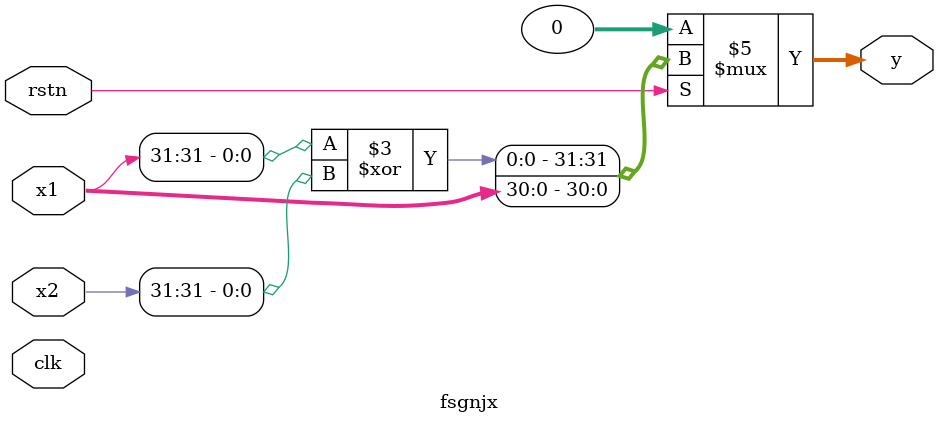
<source format=sv>
`default_nettype wire
module fabs (
	input [31:0] x,
	output logic [31:0] y,
	input clk,
	input rstn
);
	always_comb  begin
		if (~rstn) begin
			y = 32'b0;
		end else begin
			y = {1'b0,x[30:0]};
		end
	end
endmodule

module fneg (
	input [31:0] x,
	output logic [31:0] y,
	input clk,
	input rstn
);
	always_comb  begin
		if (~rstn) begin
			y = 32'b0;
		end else begin
			y = {~x[31],x[30:0]};
		end
	end
endmodule

module fsgnj (
	input  [31:0]  x1,
	input  [31:0]  x2,
  output logic [31:0] y,
  input        clk,
  input        rstn
);
	always_comb  begin
		if (~rstn) begin
			y = 32'b0;
		end else begin
			y = {x2[31],x1[30:0]};
		end
	end
endmodule

module fsgnjn (
	input  [31:0]  x1,
	input  [31:0]  x2,
  output logic [31:0] y,
  input        clk,
  input        rstn
);
	always_comb  begin
		if (~rstn) begin
			y = 32'b0;
		end else begin
			y = {~x2[31],x1[30:0]};
		end
	end
endmodule

module fsgnjx (
	input  [31:0]  x1,
	input  [31:0]  x2,
  output logic [31:0] y,
  input        clk,
  input        rstn
);
	always_comb  begin
		if (~rstn) begin
			y = 32'b0;
		end else begin
			y = {x1[31]^x2[31],x1[30:0]};
		end
	end
endmodule
</source>
